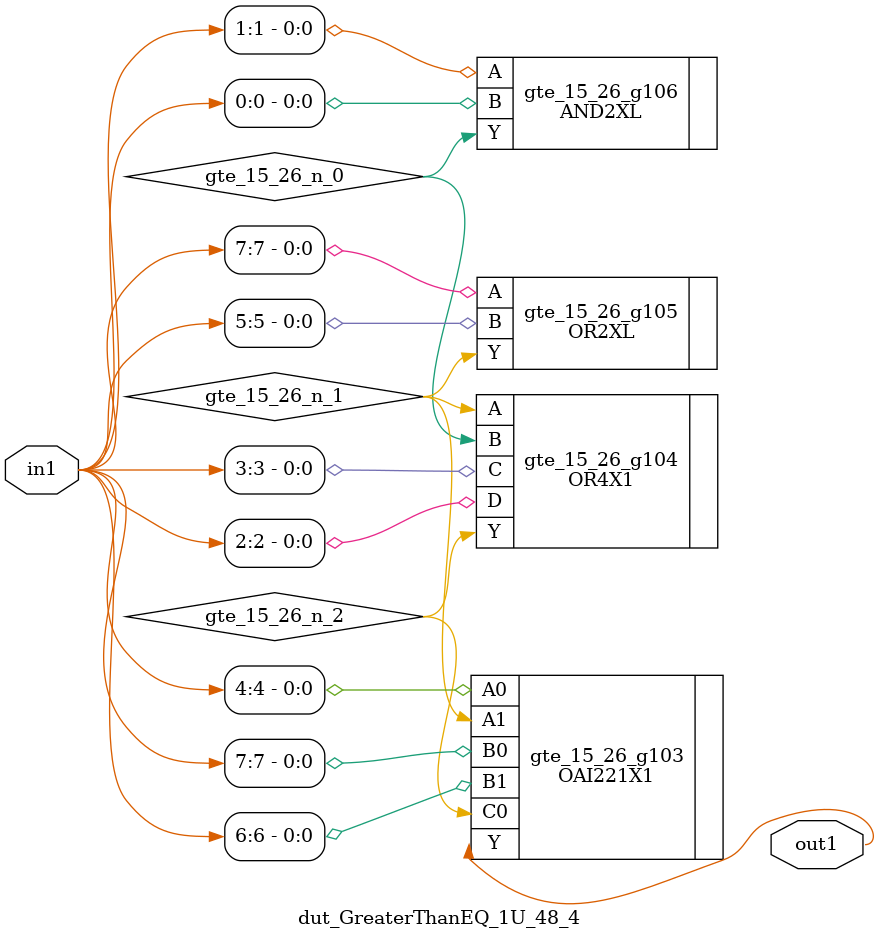
<source format=v>
`timescale 1ps / 1ps


module dut_GreaterThanEQ_1U_48_4(in1, out1);
  input [7:0] in1;
  output out1;
  wire [7:0] in1;
  wire out1;
  wire gte_15_26_n_0, gte_15_26_n_1, gte_15_26_n_2;
  OAI221X1 gte_15_26_g103(.A0 (in1[4]), .A1 (gte_15_26_n_1), .B0
       (in1[7]), .B1 (in1[6]), .C0 (gte_15_26_n_2), .Y (out1));
  OR4X1 gte_15_26_g104(.A (gte_15_26_n_1), .B (gte_15_26_n_0), .C
       (in1[3]), .D (in1[2]), .Y (gte_15_26_n_2));
  OR2XL gte_15_26_g105(.A (in1[7]), .B (in1[5]), .Y (gte_15_26_n_1));
  AND2XL gte_15_26_g106(.A (in1[1]), .B (in1[0]), .Y (gte_15_26_n_0));
endmodule



</source>
